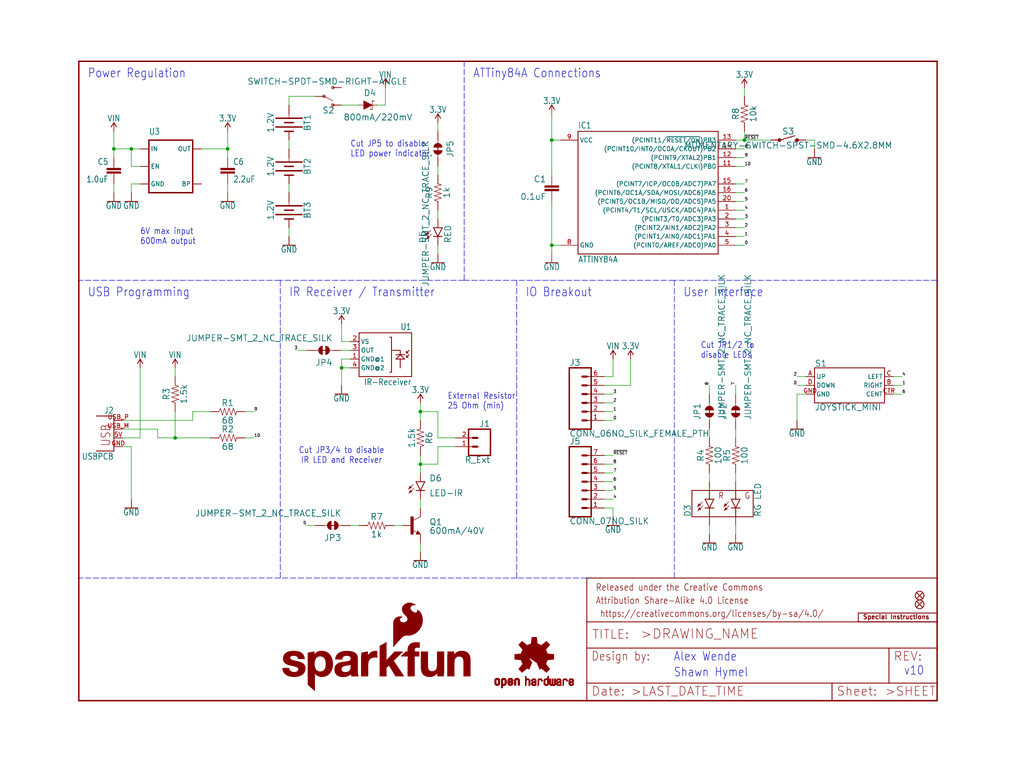
<source format=kicad_sch>
(kicad_sch (version 20211123) (generator eeschema)
  (paper "User" 297.002 223.926)
  (lib_symbols
    (symbol "eagleSchem-eagle-import:0.1UF-0603-25V-(+80{slash}-20%)"
      (property "Reference" "C" (at 1.524 2.921 0))
      (property "Value" "0.1UF-0603-25V-(+80{slash}-20%)" (at 1.524 -2.159 0))
      (symbol "0.1UF-0603-25V-(+80{slash}-20%)_1_0"
        (pin passive line (at 0 5.08 270) (length 2.54) (name "1") (number "1"))
        (pin passive line (at 0 -2.54 90) (length 2.54) (name "2") (number "2"))
      )
    )
    (symbol "eagleSchem-eagle-import:1.0UF-25V-+80{slash}-20(0805){dblquote}"
      (property "Reference" "C" (at 1.524 2.921 0))
      (property "Value" "1.0UF-25V-+80{slash}-20(0805){dblquote}" (at 1.524 -2.159 0))
      (symbol "1.0UF-25V-+80{slash}-20(0805){dblquote}_1_0"
        (pin passive line (at 0 5.08 270) (length 2.54) (name "1") (number "1"))
        (pin passive line (at 0 -2.54 90) (length 2.54) (name "2") (number "2"))
      )
    )
    (symbol "eagleSchem-eagle-import:1.5KOHM-0603-1{slash}10W-1%"
      (property "Reference" "R" (at 0 1.524 0))
      (property "Value" "1.5KOHM-0603-1{slash}10W-1%" (at 0 -1.524 0))
      (symbol "1.5KOHM-0603-1{slash}10W-1%_1_0"
        (pin passive line (at -5.08 0 0) (length 2.54) (name "1") (number "1"))
        (pin passive line (at 5.08 0 180) (length 2.54) (name "2") (number "2"))
      )
    )
    (symbol "eagleSchem-eagle-import:100OHM-0603-1{slash}10W-1%"
      (property "Reference" "R" (at 0 1.524 0))
      (property "Value" "100OHM-0603-1{slash}10W-1%" (at 0 -1.524 0))
      (symbol "100OHM-0603-1{slash}10W-1%_1_0"
        (pin passive line (at -5.08 0 0) (length 2.54) (name "1") (number "1"))
        (pin passive line (at 5.08 0 180) (length 2.54) (name "2") (number "2"))
      )
    )
    (symbol "eagleSchem-eagle-import:10KOHM-0603-1{slash}10W-1%"
      (property "Reference" "R" (at 0 1.524 0))
      (property "Value" "10KOHM-0603-1{slash}10W-1%" (at 0 -1.524 0))
      (symbol "10KOHM-0603-1{slash}10W-1%_1_0"
        (pin passive line (at -5.08 0 0) (length 2.54) (name "1") (number "1"))
        (pin passive line (at 5.08 0 180) (length 2.54) (name "2") (number "2"))
      )
    )
    (symbol "eagleSchem-eagle-import:1KOHM-0603-1{slash}10W-1%"
      (property "Reference" "R" (at 0 1.524 0))
      (property "Value" "1KOHM-0603-1{slash}10W-1%" (at 0 -1.524 0))
      (symbol "1KOHM-0603-1{slash}10W-1%_1_0"
        (pin passive line (at -5.08 0 0) (length 2.54) (name "1") (number "1"))
        (pin passive line (at 5.08 0 180) (length 2.54) (name "2") (number "2"))
      )
    )
    (symbol "eagleSchem-eagle-import:2.2UF-10V-20%(0603)"
      (property "Reference" "C" (at 1.524 2.921 0))
      (property "Value" "2.2UF-10V-20%(0603)" (at 1.524 -2.159 0))
      (symbol "2.2UF-10V-20%(0603)_1_0"
        (pin passive line (at 0 5.08 270) (length 2.54) (name "1") (number "1"))
        (pin passive line (at 0 -2.54 90) (length 2.54) (name "2") (number "2"))
      )
    )
    (symbol "eagleSchem-eagle-import:3.3V" (power)
      (property "Value" "3.3V" (at 0 2.794 0))
      (symbol "3.3V_1_0"
        (pin power_in line (at 0 0 90) (length 2.54) (name "3.3V") (number "1"))
      )
    )
    (symbol "eagleSchem-eagle-import:68OHM-0603-1{slash}10W-1%"
      (property "Reference" "R" (at 0 1.524 0))
      (property "Value" "68OHM-0603-1{slash}10W-1%" (at 0 -1.524 0))
      (symbol "68OHM-0603-1{slash}10W-1%_1_0"
        (pin passive line (at -5.08 0 0) (length 2.54) (name "1") (number "1"))
        (pin passive line (at 5.08 0 180) (length 2.54) (name "2") (number "2"))
      )
    )
    (symbol "eagleSchem-eagle-import:ATTINY84ATTINY84-20MU"
      (property "Value" "ATTINY84ATTINY84-20MU" (at -20.32 -20.32 0))
      (symbol "ATTINY84ATTINY84-20MU_1_0"
        (pin bidirectional line (at 25.4 -5.08 180) (length 5.08) (name "(PCINT4/T1/SCL/USCK/ADC4)PA4") (number "1"))
        (pin bidirectional line (at 25.4 7.62 180) (length 5.08) (name "(PCINT8/XTAL1/CLKI)PB0") (number "11"))
        (pin bidirectional line (at 25.4 10.16 180) (length 5.08) (name "(PCINT9/XTAL2)PB1") (number "12"))
        (pin bidirectional line (at 25.4 15.24 180) (length 5.08) (name "(PCINT11/~{RESET/DW})PB3") (number "13"))
        (pin bidirectional line (at 25.4 12.7 180) (length 5.08) (name "(PCINT10/INT0/OC0A/CKOUT)PB2") (number "14"))
        (pin bidirectional line (at 25.4 2.54 180) (length 5.08) (name "(PCINT7/ICP/OC0B/ADC7)PA7") (number "15"))
        (pin bidirectional line (at 25.4 0 180) (length 5.08) (name "(PCINT6/OC1A/SDA/MOSI/ADC6)PA6") (number "16"))
        (pin bidirectional line (at 25.4 -7.62 180) (length 5.08) (name "(PCINT3/T0/ADC3)PA3") (number "2"))
        (pin bidirectional line (at 25.4 -2.54 180) (length 5.08) (name "(PCINT5/OC1B/MISO/DO/ADC5)PA5") (number "20"))
        (pin bidirectional line (at 25.4 -10.16 180) (length 5.08) (name "(PCINT2/AIN1/ADC2)PA2") (number "3"))
        (pin bidirectional line (at 25.4 -12.7 180) (length 5.08) (name "(PCINT1/AIN0/ADC1)PA1") (number "4"))
        (pin bidirectional line (at 25.4 -15.24 180) (length 5.08) (name "(PCINT0/AREF/ADC0)PA0") (number "5"))
        (pin bidirectional line (at -25.4 -15.24 0) (length 5.08) (name "GND") (number "8"))
        (pin bidirectional line (at -25.4 15.24 0) (length 5.08) (name "VCC") (number "9"))
      )
    )
    (symbol "eagleSchem-eagle-import:BATTERY-AAA_KIT"
      (property "Reference" "BT" (at 0 4.318 0))
      (property "Value" "BATTERY-AAA_KIT" (at 0 -4.318 0))
      (symbol "BATTERY-AAA_KIT_1_0"
        (pin power_in line (at 5.08 0 180) (length 2.54) (name "-") (number "GND@1"))
        (pin power_in line (at -5.08 0 0) (length 2.54) (name "+") (number "PWR@1"))
      )
    )
    (symbol "eagleSchem-eagle-import:CONN_021X02_NO_SILK"
      (property "Reference" "J" (at -2.54 5.588 0))
      (property "Value" "CONN_021X02_NO_SILK" (at -2.54 -4.826 0))
      (symbol "CONN_021X02_NO_SILK_1_0"
        (pin passive line (at 7.62 0 180) (length 5.08) (name "1") (number "1"))
        (pin passive line (at 7.62 2.54 180) (length 5.08) (name "2") (number "2"))
      )
    )
    (symbol "eagleSchem-eagle-import:CONN_06NO_SILK_FEMALE_PTH"
      (property "Reference" "J" (at -5.08 10.668 0))
      (property "Value" "CONN_06NO_SILK_FEMALE_PTH" (at -5.08 -9.906 0))
      (symbol "CONN_06NO_SILK_FEMALE_PTH_1_0"
        (pin passive line (at 5.08 -5.08 180) (length 5.08) (name "1") (number "1"))
        (pin passive line (at 5.08 -2.54 180) (length 5.08) (name "2") (number "2"))
        (pin passive line (at 5.08 0 180) (length 5.08) (name "3") (number "3"))
        (pin passive line (at 5.08 2.54 180) (length 5.08) (name "4") (number "4"))
        (pin passive line (at 5.08 5.08 180) (length 5.08) (name "5") (number "5"))
        (pin passive line (at 5.08 7.62 180) (length 5.08) (name "6") (number "6"))
      )
    )
    (symbol "eagleSchem-eagle-import:CONN_07NO_SILK"
      (property "Reference" "J" (at -5.08 13.208 0))
      (property "Value" "CONN_07NO_SILK" (at -5.08 -9.906 0))
      (symbol "CONN_07NO_SILK_1_0"
        (pin passive line (at 5.08 -5.08 180) (length 5.08) (name "1") (number "1"))
        (pin passive line (at 5.08 -2.54 180) (length 5.08) (name "2") (number "2"))
        (pin passive line (at 5.08 0 180) (length 5.08) (name "3") (number "3"))
        (pin passive line (at 5.08 2.54 180) (length 5.08) (name "4") (number "4"))
        (pin passive line (at 5.08 5.08 180) (length 5.08) (name "5") (number "5"))
        (pin passive line (at 5.08 7.62 180) (length 5.08) (name "6") (number "6"))
        (pin passive line (at 5.08 10.16 180) (length 5.08) (name "7") (number "7"))
      )
    )
    (symbol "eagleSchem-eagle-import:CUS08F30SOD-323"
      (property "Reference" "D" (at 2.54 0.4826 0))
      (property "Value" "CUS08F30SOD-323" (at 2.54 -0.4826 0))
      (symbol "CUS08F30SOD-323_1_0"
        (pin passive line (at -2.54 0 0) (length 0) (name "A") (number "A"))
        (pin passive line (at 2.54 0 180) (length 0) (name "C") (number "C"))
      )
    )
    (symbol "eagleSchem-eagle-import:FIDUCIALUFIDUCIAL")
    (symbol "eagleSchem-eagle-import:FRAME-LETTER"
      (symbol "FRAME-LETTER_2_0"
        (text " https://creativecommons.org/licenses/by-sa/4.0/" (at 2.54 24.13 0) (effects (font (size 1.9304 1.6408)) (justify left bottom)))
        (text ">DRAWING_NAME" (at 15.494 17.78 0) (effects (font (size 2.7432 2.7432)) (justify left bottom)))
        (text ">LAST_DATE_TIME" (at 12.7 1.27 0) (effects (font (size 2.54 2.54)) (justify left bottom)))
        (text ">SHEET" (at 86.36 1.27 0) (effects (font (size 2.54 2.54)) (justify left bottom)))
        (text "Attribution Share-Alike 4.0 License" (at 2.54 27.94 0) (effects (font (size 1.9304 1.6408)) (justify left bottom)))
        (text "Date:" (at 1.27 1.27 0) (effects (font (size 2.54 2.54)) (justify left bottom)))
        (text "Design by:" (at 1.27 11.43 0) (effects (font (size 2.54 2.159)) (justify left bottom)))
        (text "Released under the Creative Commons" (at 2.54 31.75 0) (effects (font (size 1.9304 1.6408)) (justify left bottom)))
        (text "REV:" (at 88.9 11.43 0) (effects (font (size 2.54 2.54)) (justify left bottom)))
        (text "Sheet:" (at 72.39 1.27 0) (effects (font (size 2.54 2.54)) (justify left bottom)))
        (text "TITLE:" (at 1.524 17.78 0) (effects (font (size 2.54 2.54)) (justify left bottom)))
      )
    )
    (symbol "eagleSchem-eagle-import:GND" (power)
      (property "Value" "GND" (at 0 -0.254 0))
      (symbol "GND_1_0"
        (pin power_in line (at 0 2.54 270) (length 2.54) (name "GND") (number "1"))
      )
    )
    (symbol "eagleSchem-eagle-import:JOYSTICK_MINI"
      (property "Reference" "S" (at -10.16 5.334 0))
      (property "Value" "JOYSTICK_MINI" (at -10.16 -5.334 0))
      (symbol "JOYSTICK_MINI_1_0"
        (pin bidirectional line (at -12.7 2.54 0) (length 2.54) (name "UP") (number "A"))
        (pin bidirectional line (at 12.7 0 180) (length 2.54) (name "RIGHT") (number "B"))
        (pin bidirectional line (at 12.7 2.54 180) (length 2.54) (name "LEFT") (number "C"))
        (pin bidirectional line (at 12.7 -2.54 180) (length 2.54) (name "CENT") (number "CTR"))
        (pin bidirectional line (at -12.7 0 0) (length 2.54) (name "DOWN") (number "D"))
        (pin bidirectional line (at -12.7 -2.54 0) (length 2.54) (name "GND") (number "GND"))
      )
    )
    (symbol "eagleSchem-eagle-import:JUMPER-SMT_2_NC_TRACE_SILK"
      (property "Reference" "JP" (at -2.54 2.54 0))
      (property "Value" "JUMPER-SMT_2_NC_TRACE_SILK" (at -2.54 -2.54 0))
      (symbol "JUMPER-SMT_2_NC_TRACE_SILK_1_0"
        (pin passive line (at -5.08 0 0) (length 2.54) (name "1") (number "1"))
        (pin passive line (at 5.08 0 180) (length 2.54) (name "2") (number "2"))
      )
    )
    (symbol "eagleSchem-eagle-import:LED-IR-SMDSFH4045N"
      (property "Reference" "D" (at 2.54 0 0))
      (property "Value" "LED-IR-SMDSFH4045N" (at 2.54 -4.318 0))
      (symbol "LED-IR-SMDSFH4045N_1_0"
        (pin passive line (at 0 -5.08 90) (length 2.54) (name "C") (number "1"))
        (pin passive line (at 0 2.54 270) (length 2.54) (name "A") (number "2"))
      )
    )
    (symbol "eagleSchem-eagle-import:LED-RED0603"
      (property "Reference" "D" (at -3.429 -4.572 90))
      (property "Value" "LED-RED0603" (at 1.905 -4.572 90))
      (symbol "LED-RED0603_1_0"
        (pin passive line (at 0 2.54 270) (length 2.54) (name "A") (number "A"))
        (pin passive line (at 0 -5.08 90) (length 2.54) (name "C") (number "C"))
      )
    )
    (symbol "eagleSchem-eagle-import:LED-RGLTST-C195KGJRKT"
      (property "Reference" "D" (at -7.874 -5.207 90))
      (property "Value" "LED-RGLTST-C195KGJRKT" (at 10.4775 -5.207 90))
      (symbol "LED-RGLTST-C195KGJRKT_1_0"
        (text "G" (at 7.62 0 0) (effects (font (size 1.778 1.5113)) (justify left bottom)))
        (text "R" (at 0 0 0) (effects (font (size 1.778 1.5113)) (justify left bottom)))
        (pin passive line (at 5.08 5.08 270) (length 2.54) (name "GA") (number "P$1"))
        (pin passive line (at -2.54 5.08 270) (length 2.54) (name "RA") (number "P$2"))
        (pin passive line (at 5.08 -7.62 90) (length 2.54) (name "GC") (number "P$3"))
        (pin passive line (at -2.54 -7.62 90) (length 2.54) (name "RC") (number "P$4"))
      )
    )
    (symbol "eagleSchem-eagle-import:MOMENTARY-SWITCH-SPST-SMD-4.6X2.8MM"
      (property "Reference" "S" (at 0 1.524 0))
      (property "Value" "MOMENTARY-SWITCH-SPST-SMD-4.6X2.8MM" (at 0 -0.508 0))
      (symbol "MOMENTARY-SWITCH-SPST-SMD-4.6X2.8MM_1_0"
        (pin passive line (at -5.08 0 0) (length 2.54) (name "1") (number "1"))
        (pin passive line (at -5.08 0 0) (length 2.54) (name "1") (number "2"))
        (pin passive line (at 5.08 0 180) (length 2.54) (name "2") (number "3"))
        (pin passive line (at 5.08 0 180) (length 2.54) (name "2") (number "4"))
      )
    )
    (symbol "eagleSchem-eagle-import:OSHW-LOGOS")
    (symbol "eagleSchem-eagle-import:SFE_LOGO_NAME_FLAME.2_INCH")
    (symbol "eagleSchem-eagle-import:SPECIAL_INSTRUCTIONS-ORDERING"
      (symbol "SPECIAL_INSTRUCTIONS-ORDERING_1_0"
        (text "Special Instructions" (at 1.27 0.6985 0) (effects (font (size 1.27 1.27) (thickness 0.254) bold) (justify left bottom)))
      )
    )
    (symbol "eagleSchem-eagle-import:SWITCH-SPDT-SMD-RIGHT-ANGLE"
      (property "Reference" "S" (at 1.27 3.048 0))
      (property "Value" "SWITCH-SPDT-SMD-RIGHT-ANGLE" (at 1.016 -3.302 0))
      (symbol "SWITCH-SPDT-SMD-RIGHT-ANGLE_1_0"
        (pin passive line (at 5.08 2.54 180) (length 2.54) (name "O") (number "1"))
        (pin passive line (at -2.54 0 0) (length 2.54) (name "P") (number "2"))
        (pin passive line (at 5.08 -2.54 180) (length 2.54) (name "S") (number "3"))
      )
    )
    (symbol "eagleSchem-eagle-import:TRANS_NPN-MMBT2222AL"
      (property "Reference" "Q" (at 5.08 0 0))
      (property "Value" "TRANS_NPN-MMBT2222AL" (at 5.08 -2.54 0))
      (symbol "TRANS_NPN-MMBT2222AL_1_0"
        (pin passive line (at -2.54 0 0) (length 2.54) (name "B") (number "1"))
        (pin passive line (at 2.54 -5.08 90) (length 2.54) (name "E") (number "2"))
        (pin passive line (at 2.54 5.08 270) (length 2.54) (name "C") (number "3"))
      )
    )
    (symbol "eagleSchem-eagle-import:TSOP75XXXWSIDE_VIEW"
      (property "Reference" "U" (at -7.62 8.382 0))
      (property "Value" "TSOP75XXXWSIDE_VIEW" (at -7.62 -7.62 0))
      (symbol "TSOP75XXXWSIDE_VIEW_1_0"
        (pin bidirectional line (at 10.16 0 180) (length 2.54) (name "GND@1") (number "1"))
        (pin bidirectional line (at 10.16 5.08 180) (length 2.54) (name "VS") (number "2"))
        (pin bidirectional line (at 10.16 2.54 180) (length 2.54) (name "OUT") (number "3"))
        (pin bidirectional line (at 10.16 -2.54 180) (length 2.54) (name "GND@2") (number "4"))
      )
    )
    (symbol "eagleSchem-eagle-import:USBPCB_NOPASTE"
      (property "Reference" "J" (at 0 9.525 0))
      (property "Value" "USBPCB_NOPASTE" (at 0 -3.81 0))
      (symbol "USBPCB_NOPASTE_1_0"
        (text "USB" (at 3.81 0 900) (effects (font (size 2.54 2.159)) (justify left bottom)))
        (pin bidirectional line (at -2.54 2.54 0) (length 2.54) (name "VBUS") (number "5V"))
        (pin bidirectional line (at -2.54 0 0) (length 2.54) (name "GND") (number "GND"))
        (pin bidirectional line (at -2.54 5.08 0) (length 2.54) (name "D-") (number "USB_M"))
        (pin bidirectional line (at -2.54 7.62 0) (length 2.54) (name "D+") (number "USB_P"))
      )
    )
    (symbol "eagleSchem-eagle-import:VIN" (power)
      (property "Value" "VIN" (at 0 2.794 0))
      (symbol "VIN_1_0"
        (pin power_in line (at 0 0 90) (length 2.54) (name "VIN") (number "1"))
      )
    )
    (symbol "eagleSchem-eagle-import:V_REG_LDOSMD"
      (property "Reference" "U" (at -7.62 9.144 0))
      (property "Value" "V_REG_LDOSMD" (at -7.62 -11.43 0))
      (symbol "V_REG_LDOSMD_1_0"
        (pin input line (at -10.16 5.08 0) (length 2.54) (name "IN") (number "1"))
        (pin input line (at -10.16 -5.08 0) (length 2.54) (name "GND") (number "2"))
        (pin input line (at -10.16 0 0) (length 2.54) (name "EN") (number "3"))
        (pin input line (at 7.62 -5.08 180) (length 2.54) (name "BP") (number "4"))
        (pin passive line (at 7.62 5.08 180) (length 2.54) (name "OUT") (number "5"))
      )
    )
  )
  (junction (at 38.1 43.18))
  (junction (at 121.92 119.38))
  (junction (at 215.9 40.64))
  (junction (at 160.02 71.12))
  (junction (at 33.02 43.18))
  (junction (at 66.04 43.18))
  (junction (at 50.8 127))
  (junction (at 121.92 134.62))
  (junction (at 160.02 40.64))
  (junction (at 99.06 106.68))
  (wire (pts (xy 99.06 106.68) (xy 99.06 111.76)))
  (wire (pts (xy 213.36 127) (xy 213.36 124.46)))
  (wire (pts (xy 175.26 142.24) (xy 177.8 142.24)))
  (polyline (pts (xy 81.28 81.28) (xy 81.28 167.64)))
  (wire (pts (xy 55.88 121.92) (xy 55.88 119.38)))
  (wire (pts (xy 215.9 27.94) (xy 215.9 25.4)))
  (wire (pts (xy 213.36 55.88) (xy 215.9 55.88)))
  (polyline (pts (xy 149.86 81.28) (xy 134.62 81.28)))
  (wire (pts (xy 160.02 71.12) (xy 160.02 58.42)))
  (wire (pts (xy 101.6 152.4) (xy 104.14 152.4)))
  (wire (pts (xy 35.56 129.54) (xy 38.1 129.54)))
  (wire (pts (xy 99.06 30.48) (xy 104.14 30.48)))
  (wire (pts (xy 213.36 43.18) (xy 215.9 43.18)))
  (wire (pts (xy 66.04 38.1) (xy 66.04 43.18)))
  (wire (pts (xy 38.1 48.26) (xy 38.1 43.18)))
  (wire (pts (xy 127 35.56) (xy 127 38.1)))
  (wire (pts (xy 259.08 109.22) (xy 261.62 109.22)))
  (wire (pts (xy 160.02 71.12) (xy 160.02 73.66)))
  (wire (pts (xy 175.26 116.84) (xy 177.8 116.84)))
  (wire (pts (xy 162.56 71.12) (xy 160.02 71.12)))
  (wire (pts (xy 38.1 129.54) (xy 38.1 144.78)))
  (wire (pts (xy 213.36 63.5) (xy 215.9 63.5)))
  (wire (pts (xy 213.36 48.26) (xy 215.9 48.26)))
  (wire (pts (xy 40.64 48.26) (xy 38.1 48.26)))
  (wire (pts (xy 160.02 40.64) (xy 160.02 33.02)))
  (wire (pts (xy 233.68 114.3) (xy 231.14 114.3)))
  (wire (pts (xy 55.88 119.38) (xy 60.96 119.38)))
  (wire (pts (xy 50.8 127) (xy 45.72 127)))
  (wire (pts (xy 35.56 124.46) (xy 45.72 124.46)))
  (wire (pts (xy 109.22 30.48) (xy 111.76 30.48)))
  (wire (pts (xy 127 129.54) (xy 132.08 129.54)))
  (wire (pts (xy 38.1 53.34) (xy 38.1 55.88)))
  (wire (pts (xy 175.26 121.92) (xy 177.8 121.92)))
  (wire (pts (xy 175.26 147.32) (xy 177.8 147.32)))
  (wire (pts (xy 99.06 104.14) (xy 99.06 106.68)))
  (wire (pts (xy 121.92 119.38) (xy 121.92 116.84)))
  (wire (pts (xy 132.08 127) (xy 127 127)))
  (wire (pts (xy 83.82 66.04) (xy 83.82 68.58)))
  (wire (pts (xy 35.56 121.92) (xy 55.88 121.92)))
  (wire (pts (xy 213.36 53.34) (xy 215.9 53.34)))
  (wire (pts (xy 175.26 134.62) (xy 177.8 134.62)))
  (wire (pts (xy 88.9 101.6) (xy 86.36 101.6)))
  (polyline (pts (xy 81.28 167.64) (xy 22.86 167.64)))
  (wire (pts (xy 83.82 53.34) (xy 83.82 55.88)))
  (wire (pts (xy 213.36 71.12) (xy 215.9 71.12)))
  (wire (pts (xy 33.02 43.18) (xy 33.02 45.72)))
  (polyline (pts (xy 149.86 81.28) (xy 149.86 167.64)))
  (wire (pts (xy 121.92 144.78) (xy 121.92 147.32)))
  (wire (pts (xy 99.06 101.6) (xy 101.6 101.6)))
  (wire (pts (xy 175.26 144.78) (xy 177.8 144.78)))
  (wire (pts (xy 66.04 55.88) (xy 66.04 53.34)))
  (wire (pts (xy 205.74 139.7) (xy 205.74 137.16)))
  (wire (pts (xy 177.8 147.32) (xy 177.8 149.86)))
  (wire (pts (xy 101.6 104.14) (xy 99.06 104.14)))
  (polyline (pts (xy 81.28 81.28) (xy 22.86 81.28)))
  (wire (pts (xy 162.56 40.64) (xy 160.02 40.64)))
  (wire (pts (xy 175.26 111.76) (xy 182.88 111.76)))
  (wire (pts (xy 127 63.5) (xy 127 60.96)))
  (wire (pts (xy 213.36 40.64) (xy 215.9 40.64)))
  (wire (pts (xy 175.26 109.22) (xy 177.8 109.22)))
  (polyline (pts (xy 195.58 81.28) (xy 149.86 81.28)))
  (wire (pts (xy 233.68 40.64) (xy 236.22 40.64)))
  (polyline (pts (xy 195.58 81.28) (xy 195.58 167.64)))
  (wire (pts (xy 236.22 40.64) (xy 236.22 43.18)))
  (wire (pts (xy 205.74 114.3) (xy 205.74 111.76)))
  (wire (pts (xy 160.02 40.64) (xy 160.02 50.8)))
  (wire (pts (xy 121.92 132.08) (xy 121.92 134.62)))
  (wire (pts (xy 213.36 66.04) (xy 215.9 66.04)))
  (wire (pts (xy 215.9 40.64) (xy 223.52 40.64)))
  (polyline (pts (xy 134.62 81.28) (xy 81.28 81.28)))
  (wire (pts (xy 215.9 38.1) (xy 215.9 40.64)))
  (polyline (pts (xy 149.86 167.64) (xy 81.28 167.64)))
  (wire (pts (xy 233.68 109.22) (xy 231.14 109.22)))
  (wire (pts (xy 83.82 40.64) (xy 83.82 43.18)))
  (wire (pts (xy 175.26 119.38) (xy 177.8 119.38)))
  (wire (pts (xy 182.88 111.76) (xy 182.88 104.14)))
  (wire (pts (xy 50.8 119.38) (xy 50.8 127)))
  (wire (pts (xy 114.3 152.4) (xy 116.84 152.4)))
  (wire (pts (xy 71.12 119.38) (xy 73.66 119.38)))
  (wire (pts (xy 213.36 139.7) (xy 213.36 137.16)))
  (wire (pts (xy 101.6 106.68) (xy 99.06 106.68)))
  (wire (pts (xy 127 134.62) (xy 121.92 134.62)))
  (wire (pts (xy 91.44 152.4) (xy 88.9 152.4)))
  (polyline (pts (xy 170.18 167.64) (xy 149.86 167.64)))
  (wire (pts (xy 40.64 53.34) (xy 38.1 53.34)))
  (wire (pts (xy 127 73.66) (xy 127 71.12)))
  (wire (pts (xy 121.92 134.62) (xy 121.92 137.16)))
  (wire (pts (xy 213.36 152.4) (xy 213.36 154.94)))
  (wire (pts (xy 111.76 30.48) (xy 111.76 25.4)))
  (wire (pts (xy 175.26 137.16) (xy 177.8 137.16)))
  (wire (pts (xy 83.82 27.94) (xy 91.44 27.94)))
  (wire (pts (xy 45.72 124.46) (xy 45.72 127)))
  (wire (pts (xy 175.26 114.3) (xy 177.8 114.3)))
  (wire (pts (xy 259.08 111.76) (xy 261.62 111.76)))
  (wire (pts (xy 127 129.54) (xy 127 134.62)))
  (wire (pts (xy 38.1 43.18) (xy 33.02 43.18)))
  (wire (pts (xy 205.74 152.4) (xy 205.74 154.94)))
  (wire (pts (xy 58.42 43.18) (xy 66.04 43.18)))
  (wire (pts (xy 35.56 127) (xy 40.64 127)))
  (wire (pts (xy 175.26 139.7) (xy 177.8 139.7)))
  (wire (pts (xy 60.96 127) (xy 50.8 127)))
  (wire (pts (xy 213.36 45.72) (xy 215.9 45.72)))
  (wire (pts (xy 127 48.26) (xy 127 50.8)))
  (wire (pts (xy 99.06 99.06) (xy 99.06 93.98)))
  (wire (pts (xy 40.64 127) (xy 40.64 106.68)))
  (wire (pts (xy 177.8 109.22) (xy 177.8 104.14)))
  (wire (pts (xy 127 127) (xy 127 119.38)))
  (wire (pts (xy 231.14 114.3) (xy 231.14 121.92)))
  (polyline (pts (xy 271.78 81.28) (xy 195.58 81.28)))
  (wire (pts (xy 121.92 160.02) (xy 121.92 157.48)))
  (wire (pts (xy 71.12 127) (xy 73.66 127)))
  (wire (pts (xy 33.02 38.1) (xy 33.02 43.18)))
  (wire (pts (xy 213.36 68.58) (xy 215.9 68.58)))
  (wire (pts (xy 205.74 127) (xy 205.74 124.46)))
  (wire (pts (xy 213.36 114.3) (xy 213.36 111.76)))
  (wire (pts (xy 66.04 43.18) (xy 66.04 45.72)))
  (wire (pts (xy 50.8 109.22) (xy 50.8 106.68)))
  (polyline (pts (xy 134.62 17.78) (xy 134.62 81.28)))
  (wire (pts (xy 213.36 58.42) (xy 215.9 58.42)))
  (wire (pts (xy 175.26 132.08) (xy 177.8 132.08)))
  (wire (pts (xy 127 119.38) (xy 121.92 119.38)))
  (wire (pts (xy 233.68 111.76) (xy 231.14 111.76)))
  (wire (pts (xy 33.02 53.34) (xy 33.02 55.88)))
  (wire (pts (xy 213.36 60.96) (xy 215.9 60.96)))
  (wire (pts (xy 121.92 121.92) (xy 121.92 119.38)))
  (wire (pts (xy 259.08 114.3) (xy 261.62 114.3)))
  (wire (pts (xy 101.6 99.06) (xy 99.06 99.06)))
  (wire (pts (xy 40.64 43.18) (xy 38.1 43.18)))
  (wire (pts (xy 83.82 30.48) (xy 83.82 27.94)))
  (text "External Resistor\n25 Ohm (min)" (at 129.794 118.872 180) (effects (font (size 1.778 1.5113)) (justify left bottom)))
  (text "User Interface" (at 198.12 86.36 180) (effects (font (size 2.54 2.159)) (justify left bottom)))
  (text "IO Breakout" (at 152.4 86.36 180) (effects (font (size 2.54 2.159)) (justify left bottom)))
  (text "ATTiny84A Connections" (at 137.16 22.86 180) (effects (font (size 2.54 2.159)) (justify left bottom)))
  (text "6V max input\n600mA output" (at 40.64 71.12 180) (effects (font (size 1.778 1.5113)) (justify left bottom)))
  (text "Shawn Hymel" (at 195.326 196.596 180) (effects (font (size 2.54 2.159)) (justify left bottom)))
  (text "Cut JP5 to disable\nLED power indicator." (at 101.6 45.72 180) (effects (font (size 1.778 1.5113)) (justify left bottom)))
  (text "v10" (at 262.128 196.088 180) (effects (font (size 2.54 2.159)) (justify left bottom)))
  (text "Cut JP3/4 to disable\nIR LED and Receiver" (at 99.06 134.62 180) (effects (font (size 1.778 1.5113)) (justify bottom)))
  (text "Power Regulation" (at 25.4 22.86 180) (effects (font (size 2.54 2.159)) (justify left bottom)))
  (text "IR Receiver / Transmitter" (at 83.82 86.36 180) (effects (font (size 2.54 2.159)) (justify left bottom)))
  (text "Alex Wende" (at 195.326 192.024 180) (effects (font (size 2.54 2.159)) (justify left bottom)))
  (text "Cut JP1/2 to\ndisable LEDs" (at 203.2 104.14 180) (effects (font (size 1.778 1.5113)) (justify left bottom)))
  (text "USB Programming" (at 25.4 86.36 180) (effects (font (size 2.54 2.159)) (justify left bottom)))
  (label "0" (at 177.8 121.92 0) (effects (font (size 0.889 0.889))))
  (label "8" (at 205.74 111.76 90) (effects (font (size 0.889 0.889))))
  (label "10" (at 215.9 48.26 0) (effects (font (size 0.889 0.889))))
  (label "0" (at 231.14 111.76 180) (effects (font (size 0.889 0.889))))
  (label "7" (at 177.8 137.16 0) (effects (font (size 0.889 0.889))))
  (label "4" (at 215.9 60.96 0) (effects (font (size 0.889 0.889))))
  (label "5" (at 177.8 142.24 0) (effects (font (size 0.889 0.889))))
  (label "8" (at 215.9 43.18 0) (effects (font (size 0.889 0.889))))
  (label "6" (at 215.9 55.88 0) (effects (font (size 0.889 0.889))))
  (label "7" (at 213.36 111.76 90) (effects (font (size 0.889 0.889))))
  (label "8" (at 177.8 134.62 0) (effects (font (size 0.889 0.889))))
  (label "1" (at 177.8 119.38 0) (effects (font (size 0.889 0.889))))
  (label "0" (at 215.9 71.12 0) (effects (font (size 0.889 0.889))))
  (label "2" (at 177.8 116.84 0) (effects (font (size 0.889 0.889))))
  (label "1" (at 261.62 111.76 0) (effects (font (size 0.889 0.889))))
  (label "1" (at 215.9 68.58 0) (effects (font (size 0.889 0.889))))
  (label "3" (at 177.8 114.3 0) (effects (font (size 0.889 0.889))))
  (label "6" (at 177.8 139.7 0) (effects (font (size 0.889 0.889))))
  (label "9" (at 73.66 119.38 0) (effects (font (size 0.889 0.889))))
  (label "~{RESET}" (at 215.9 40.64 0) (effects (font (size 0.889 0.889))))
  (label "4" (at 177.8 144.78 0) (effects (font (size 0.889 0.889))))
  (label "7" (at 215.9 53.34 0) (effects (font (size 0.889 0.889))))
  (label "2" (at 215.9 66.04 0) (effects (font (size 0.889 0.889))))
  (label "4" (at 261.62 109.22 0) (effects (font (size 0.889 0.889))))
  (label "10" (at 73.66 127 0) (effects (font (size 0.889 0.889))))
  (label "~{RESET}" (at 177.8 132.08 0) (effects (font (size 0.889 0.889))))
  (label "2" (at 231.14 109.22 180) (effects (font (size 0.889 0.889))))
  (label "3" (at 215.9 63.5 0) (effects (font (size 0.889 0.889))))
  (label "5" (at 88.9 152.4 180) (effects (font (size 0.889 0.889))))
  (label "3" (at 86.36 101.6 180) (effects (font (size 0.889 0.889))))
  (label "9" (at 215.9 45.72 0) (effects (font (size 0.889 0.889))))
  (label "6" (at 261.62 114.3 0) (effects (font (size 0.889 0.889))))
  (label "5" (at 215.9 58.42 0) (effects (font (size 0.889 0.889))))
  (symbol (lib_id "eagleSchem-eagle-import:GND") (at 83.82 71.12 0) (unit 1)
    (property "Reference" "#GND8" (effects hide))
    (property "Value" "GND" (at 83.82 71.374 0) (effects (font (size 1.778 1.5113)) (justify top)))
    (property "Footprint" "eagleSchem:" (effects hide))
  )
  (symbol (lib_id "eagleSchem-eagle-import:SFE_LOGO_NAME_FLAME.2_INCH") (at 81.28 200.66 0) (unit 1)
    (property "Reference" "LOGO2" (effects hide))
    (property "Value" "SFE_LOGO_NAME_FLAME.2_INCH" (effects hide))
    (property "Footprint" "eagleSchem:SFE_LOGO_NAME_FLAME_.2" (effects hide))
  )
  (symbol (lib_id "eagleSchem-eagle-import:JUMPER-SMT_2_NC_TRACE_SILK") (at 96.52 152.4 180) (unit 1)
    (property "Reference" "JP3" (at 99.06 154.94 0) (effects (font (size 1.778 1.778)) (justify left bottom)))
    (property "Value" "JUMPER-SMT_2_NC_TRACE_SILK" (at 99.06 149.86 0) (effects (font (size 1.778 1.778)) (justify left top)))
    (property "Footprint" "eagleSchem:SMT-JUMPER_2_NC_TRACE_SILK" (effects hide))
  )
  (symbol (lib_id "eagleSchem-eagle-import:VIN") (at 111.76 25.4 0) (unit 1)
    (property "Reference" "#SUPPLY5" (effects hide))
    (property "Value" "VIN" (at 111.76 22.606 0) (effects (font (size 1.778 1.5113)) (justify bottom)))
    (property "Footprint" "eagleSchem:" (effects hide))
  )
  (symbol (lib_id "eagleSchem-eagle-import:68OHM-0603-1{slash}10W-1%") (at 66.04 127 0) (unit 1)
    (property "Reference" "R2" (at 66.04 125.476 0) (effects (font (size 1.778 1.778)) (justify bottom)))
    (property "Value" "68" (at 66.04 128.524 0) (effects (font (size 1.778 1.778)) (justify top)))
    (property "Footprint" "eagleSchem:0603" (effects hide))
  )
  (symbol (lib_id "eagleSchem-eagle-import:GND") (at 127 76.2 0) (unit 1)
    (property "Reference" "#GND12" (effects hide))
    (property "Value" "GND" (at 127 76.454 0) (effects (font (size 1.778 1.5113)) (justify top)))
    (property "Footprint" "eagleSchem:" (effects hide))
  )
  (symbol (lib_id "eagleSchem-eagle-import:2.2UF-10V-20%(0603)") (at 66.04 50.8 0) (unit 1)
    (property "Reference" "C6" (at 67.564 47.879 0) (effects (font (size 1.778 1.5113)) (justify left bottom)))
    (property "Value" "2.2uF" (at 67.564 52.959 0) (effects (font (size 1.778 1.5113)) (justify left bottom)))
    (property "Footprint" "eagleSchem:0603-CAP" (effects hide))
  )
  (symbol (lib_id "eagleSchem-eagle-import:3.3V") (at 66.04 38.1 0) (unit 1)
    (property "Reference" "#SUPPLY9" (effects hide))
    (property "Value" "3.3V" (at 66.04 35.306 0) (effects (font (size 1.778 1.5113)) (justify bottom)))
    (property "Footprint" "eagleSchem:" (effects hide))
  )
  (symbol (lib_id "eagleSchem-eagle-import:GND") (at 121.92 162.56 0) (unit 1)
    (property "Reference" "#GND11" (effects hide))
    (property "Value" "GND" (at 121.92 162.814 0) (effects (font (size 1.778 1.5113)) (justify top)))
    (property "Footprint" "eagleSchem:" (effects hide))
  )
  (symbol (lib_id "eagleSchem-eagle-import:3.3V") (at 127 35.56 0) (unit 1)
    (property "Reference" "#SUPPLY2" (effects hide))
    (property "Value" "3.3V" (at 127 32.766 0) (effects (font (size 1.778 1.5113)) (justify bottom)))
    (property "Footprint" "eagleSchem:" (effects hide))
  )
  (symbol (lib_id "eagleSchem-eagle-import:1.0UF-25V-+80{slash}-20(0805){dblquote}") (at 33.02 50.8 0) (mirror y) (unit 1)
    (property "Reference" "C5" (at 31.496 47.879 0) (effects (font (size 1.778 1.5113)) (justify left bottom)))
    (property "Value" "1.0uF" (at 31.496 52.959 0) (effects (font (size 1.778 1.5113)) (justify left bottom)))
    (property "Footprint" "eagleSchem:0805-CAP" (effects hide))
  )
  (symbol (lib_id "eagleSchem-eagle-import:GND") (at 213.36 157.48 0) (unit 1)
    (property "Reference" "#GND6" (effects hide))
    (property "Value" "GND" (at 213.36 157.734 0) (effects (font (size 1.778 1.5113)) (justify top)))
    (property "Footprint" "eagleSchem:" (effects hide))
  )
  (symbol (lib_id "eagleSchem-eagle-import:GND") (at 231.14 124.46 0) (unit 1)
    (property "Reference" "#GND7" (effects hide))
    (property "Value" "GND" (at 231.14 124.714 0) (effects (font (size 1.778 1.5113)) (justify top)))
    (property "Footprint" "eagleSchem:" (effects hide))
  )
  (symbol (lib_id "eagleSchem-eagle-import:VIN") (at 40.64 106.68 0) (unit 1)
    (property "Reference" "#SUPPLY3" (effects hide))
    (property "Value" "VIN" (at 40.64 103.886 0) (effects (font (size 1.778 1.5113)) (justify bottom)))
    (property "Footprint" "eagleSchem:" (effects hide))
  )
  (symbol (lib_id "eagleSchem-eagle-import:CONN_021X02_NO_SILK") (at 139.7 129.54 0) (mirror y) (unit 1)
    (property "Reference" "J1" (at 142.24 123.952 0) (effects (font (size 1.778 1.778)) (justify left bottom)))
    (property "Value" "R_Ext" (at 142.24 134.366 0) (effects (font (size 1.778 1.778)) (justify left bottom)))
    (property "Footprint" "eagleSchem:1X02_NO_SILK" (effects hide))
  )
  (symbol (lib_id "eagleSchem-eagle-import:JUMPER-SMT_2_NC_TRACE_SILK") (at 213.36 119.38 90) (unit 1)
    (property "Reference" "JP2" (at 210.82 121.92 0) (effects (font (size 1.778 1.778)) (justify left bottom)))
    (property "Value" "JUMPER-SMT_2_NC_TRACE_SILK" (at 215.9 121.92 0) (effects (font (size 1.778 1.778)) (justify left top)))
    (property "Footprint" "eagleSchem:SMT-JUMPER_2_NC_TRACE_SILK" (effects hide))
  )
  (symbol (lib_id "eagleSchem-eagle-import:CONN_06NO_SILK_FEMALE_PTH") (at 170.18 116.84 0) (unit 1)
    (property "Reference" "J3" (at 165.1 106.172 0) (effects (font (size 1.778 1.778)) (justify left bottom)))
    (property "Value" "CONN_06NO_SILK_FEMALE_PTH" (at 165.1 126.746 0) (effects (font (size 1.778 1.778)) (justify left bottom)))
    (property "Footprint" "eagleSchem:1X06_NO_SILK" (effects hide))
  )
  (symbol (lib_id "eagleSchem-eagle-import:FRAME-LETTER") (at 22.86 203.2 0) (unit 1)
    (property "Reference" "FRAME1" (effects hide))
    (property "Value" "FRAME-LETTER" (effects hide))
    (property "Footprint" "eagleSchem:CREATIVE_COMMONS" (effects hide))
  )
  (symbol (lib_id "eagleSchem-eagle-import:JUMPER-SMT_2_NC_TRACE_SILK") (at 205.74 119.38 90) (unit 1)
    (property "Reference" "JP1" (at 203.2 121.92 0) (effects (font (size 1.778 1.778)) (justify left bottom)))
    (property "Value" "JUMPER-SMT_2_NC_TRACE_SILK" (at 208.28 121.92 0) (effects (font (size 1.778 1.778)) (justify left top)))
    (property "Footprint" "eagleSchem:SMT-JUMPER_2_NC_TRACE_SILK" (effects hide))
  )
  (symbol (lib_id "eagleSchem-eagle-import:BATTERY-AAA_KIT") (at 83.82 60.96 270) (unit 1)
    (property "Reference" "BT3" (at 88.138 60.96 0) (effects (font (size 1.778 1.778)) (justify bottom)))
    (property "Value" "1.2V" (at 79.502 60.96 0) (effects (font (size 1.778 1.778)) (justify top)))
    (property "Footprint" "eagleSchem:BATTERY-AAA-KIT" (effects hide))
  )
  (symbol (lib_id "eagleSchem-eagle-import:CUS08F30SOD-323") (at 106.68 30.48 0) (unit 1)
    (property "Reference" "D4" (at 105.41 27.9654 0) (effects (font (size 1.778 1.778)) (justify left bottom)))
    (property "Value" "800mA/220mV" (at 99.568 32.9946 0) (effects (font (size 1.778 1.778)) (justify left top)))
    (property "Footprint" "eagleSchem:SOD-323" (effects hide))
  )
  (symbol (lib_id "eagleSchem-eagle-import:10KOHM-0603-1{slash}10W-1%") (at 215.9 33.02 90) (unit 1)
    (property "Reference" "R8" (at 214.376 33.02 0) (effects (font (size 1.778 1.778)) (justify bottom)))
    (property "Value" "10k" (at 217.424 33.02 0) (effects (font (size 1.778 1.778)) (justify top)))
    (property "Footprint" "eagleSchem:0603" (effects hide))
  )
  (symbol (lib_id "eagleSchem-eagle-import:JUMPER-SMT_2_NC_TRACE_SILK") (at 93.98 101.6 180) (unit 1)
    (property "Reference" "JP4" (at 96.52 104.14 0) (effects (font (size 1.778 1.778)) (justify left bottom)))
    (property "Value" "JUMPER-SMT_2_NC_TRACE_SILK" (at 96.52 99.06 0) (effects (font (size 1.778 1.778)) (justify left top)))
    (property "Footprint" "eagleSchem:SMT-JUMPER_2_NC_TRACE_SILK" (effects hide))
  )
  (symbol (lib_id "eagleSchem-eagle-import:100OHM-0603-1{slash}10W-1%") (at 205.74 132.08 90) (unit 1)
    (property "Reference" "R4" (at 204.216 132.08 0) (effects (font (size 1.778 1.778)) (justify bottom)))
    (property "Value" "100" (at 207.264 132.08 0) (effects (font (size 1.778 1.778)) (justify top)))
    (property "Footprint" "eagleSchem:0603" (effects hide))
  )
  (symbol (lib_id "eagleSchem-eagle-import:FIDUCIALUFIDUCIAL") (at 266.7 175.26 0) (unit 1)
    (property "Reference" "FD2" (effects hide))
    (property "Value" "FIDUCIALUFIDUCIAL" (effects hide))
    (property "Footprint" "eagleSchem:FIDUCIAL-MICRO" (effects hide))
  )
  (symbol (lib_id "eagleSchem-eagle-import:FRAME-LETTER") (at 170.18 203.2 0) (unit 2)
    (property "Reference" "FRAME1" (effects hide))
    (property "Value" "FRAME-LETTER" (effects hide))
    (property "Footprint" "eagleSchem:CREATIVE_COMMONS" (effects hide))
  )
  (symbol (lib_id "eagleSchem-eagle-import:LED-IR-SMDSFH4045N") (at 121.92 139.7 0) (unit 1)
    (property "Reference" "D6" (at 124.46 139.7 0) (effects (font (size 1.778 1.778)) (justify left bottom)))
    (property "Value" "LED-IR" (at 124.46 144.018 0) (effects (font (size 1.778 1.778)) (justify left bottom)))
    (property "Footprint" "eagleSchem:SFH4045N" (effects hide))
  )
  (symbol (lib_id "eagleSchem-eagle-import:LED-RED0603") (at 127 66.04 0) (unit 1)
    (property "Reference" "D5" (at 123.571 70.612 90) (effects (font (size 1.778 1.778)) (justify left bottom)))
    (property "Value" "RED" (at 128.905 70.612 90) (effects (font (size 1.778 1.778)) (justify left top)))
    (property "Footprint" "eagleSchem:LED-0603" (effects hide))
  )
  (symbol (lib_id "eagleSchem-eagle-import:BATTERY-AAA_KIT") (at 83.82 35.56 270) (unit 1)
    (property "Reference" "BT1" (at 88.138 35.56 0) (effects (font (size 1.778 1.778)) (justify bottom)))
    (property "Value" "1.2V" (at 79.502 35.56 0) (effects (font (size 1.778 1.778)) (justify top)))
    (property "Footprint" "eagleSchem:BATTERY-AAA-KIT" (effects hide))
  )
  (symbol (lib_id "eagleSchem-eagle-import:GND") (at 66.04 58.42 0) (unit 1)
    (property "Reference" "#GND21" (effects hide))
    (property "Value" "GND" (at 66.04 58.674 0) (effects (font (size 1.778 1.5113)) (justify top)))
    (property "Footprint" "eagleSchem:" (effects hide))
  )
  (symbol (lib_id "eagleSchem-eagle-import:1KOHM-0603-1{slash}10W-1%") (at 109.22 152.4 0) (unit 1)
    (property "Reference" "R7" (at 109.22 150.876 0) (effects (font (size 1.778 1.778)) (justify bottom)))
    (property "Value" "1k" (at 109.22 153.924 0) (effects (font (size 1.778 1.778)) (justify top)))
    (property "Footprint" "eagleSchem:0603" (effects hide))
  )
  (symbol (lib_id "eagleSchem-eagle-import:TRANS_NPN-MMBT2222AL") (at 119.38 152.4 0) (unit 1)
    (property "Reference" "Q1" (at 124.46 152.4 0) (effects (font (size 1.778 1.778)) (justify left bottom)))
    (property "Value" "600mA/40V" (at 124.46 154.94 0) (effects (font (size 1.778 1.778)) (justify left bottom)))
    (property "Footprint" "eagleSchem:SOT23-3" (effects hide))
  )
  (symbol (lib_id "eagleSchem-eagle-import:MOMENTARY-SWITCH-SPST-SMD-4.6X2.8MM") (at 228.6 40.64 0) (unit 1)
    (property "Reference" "S3" (at 228.6 39.116 0) (effects (font (size 1.778 1.778)) (justify bottom)))
    (property "Value" "MOMENTARY-SWITCH-SPST-SMD-4.6X2.8MM" (at 228.6 41.148 0) (effects (font (size 1.778 1.778)) (justify top)))
    (property "Footprint" "eagleSchem:TACTILE_SWITCH_SMD_4.6X2.8MM" (effects hide))
  )
  (symbol (lib_id "eagleSchem-eagle-import:JOYSTICK_MINI") (at 246.38 111.76 0) (unit 1)
    (property "Reference" "S1" (at 236.22 106.426 0) (effects (font (size 1.778 1.778)) (justify left bottom)))
    (property "Value" "JOYSTICK_MINI" (at 236.22 117.094 0) (effects (font (size 1.778 1.778)) (justify left top)))
    (property "Footprint" "eagleSchem:JOYSTICK_MINI" (effects hide))
  )
  (symbol (lib_id "eagleSchem-eagle-import:68OHM-0603-1{slash}10W-1%") (at 66.04 119.38 0) (unit 1)
    (property "Reference" "R1" (at 66.04 117.856 0) (effects (font (size 1.778 1.778)) (justify bottom)))
    (property "Value" "68" (at 66.04 120.904 0) (effects (font (size 1.778 1.778)) (justify top)))
    (property "Footprint" "eagleSchem:0603" (effects hide))
  )
  (symbol (lib_id "eagleSchem-eagle-import:3.3V") (at 160.02 33.02 0) (unit 1)
    (property "Reference" "#SUPPLY1" (effects hide))
    (property "Value" "3.3V" (at 160.02 30.226 0) (effects (font (size 1.778 1.5113)) (justify bottom)))
    (property "Footprint" "eagleSchem:" (effects hide))
  )
  (symbol (lib_id "eagleSchem-eagle-import:GND") (at 236.22 45.72 0) (unit 1)
    (property "Reference" "#GND2" (effects hide))
    (property "Value" "GND" (at 236.22 45.974 0) (effects (font (size 1.778 1.5113)) (justify top)))
    (property "Footprint" "eagleSchem:" (effects hide))
  )
  (symbol (lib_id "eagleSchem-eagle-import:USBPCB_NOPASTE") (at 33.02 129.54 0) (mirror y) (unit 1)
    (property "Reference" "J2" (at 33.02 120.015 0) (effects (font (size 1.778 1.5113)) (justify left bottom)))
    (property "Value" "USBPCB" (at 33.02 133.35 0) (effects (font (size 1.778 1.5113)) (justify left bottom)))
    (property "Footprint" "eagleSchem:USB-A-PCB-NOPASTE" (effects hide))
  )
  (symbol (lib_id "eagleSchem-eagle-import:GND") (at 160.02 76.2 0) (unit 1)
    (property "Reference" "#GND1" (effects hide))
    (property "Value" "GND" (at 160.02 76.454 0) (effects (font (size 1.778 1.5113)) (justify top)))
    (property "Footprint" "eagleSchem:" (effects hide))
  )
  (symbol (lib_id "eagleSchem-eagle-import:3.3V") (at 215.9 25.4 0) (unit 1)
    (property "Reference" "#SUPPLY11" (effects hide))
    (property "Value" "3.3V" (at 215.9 22.606 0) (effects (font (size 1.778 1.5113)) (justify bottom)))
    (property "Footprint" "eagleSchem:" (effects hide))
  )
  (symbol (lib_id "eagleSchem-eagle-import:GND") (at 38.1 58.42 0) (unit 1)
    (property "Reference" "#GND15" (effects hide))
    (property "Value" "GND" (at 38.1 58.674 0) (effects (font (size 1.778 1.5113)) (justify top)))
    (property "Footprint" "eagleSchem:" (effects hide))
  )
  (symbol (lib_id "eagleSchem-eagle-import:GND") (at 205.74 157.48 0) (unit 1)
    (property "Reference" "#GND5" (effects hide))
    (property "Value" "GND" (at 205.74 157.734 0) (effects (font (size 1.778 1.5113)) (justify top)))
    (property "Footprint" "eagleSchem:" (effects hide))
  )
  (symbol (lib_id "eagleSchem-eagle-import:OSHW-LOGOS") (at 154.94 190.5 0) (unit 1)
    (property "Reference" "LOGO1" (effects hide))
    (property "Value" "OSHW-LOGOS" (effects hide))
    (property "Footprint" "eagleSchem:OSHW-LOGO-S" (effects hide))
  )
  (symbol (lib_id "eagleSchem-eagle-import:GND") (at 177.8 152.4 0) (unit 1)
    (property "Reference" "#GND9" (effects hide))
    (property "Value" "GND" (at 177.8 152.654 0) (effects (font (size 1.778 1.5113)) (justify top)))
    (property "Footprint" "eagleSchem:" (effects hide))
  )
  (symbol (lib_id "eagleSchem-eagle-import:VIN") (at 50.8 106.68 0) (unit 1)
    (property "Reference" "#SUPPLY4" (effects hide))
    (property "Value" "VIN" (at 50.8 103.886 0) (effects (font (size 1.778 1.5113)) (justify bottom)))
    (property "Footprint" "eagleSchem:" (effects hide))
  )
  (symbol (lib_id "eagleSchem-eagle-import:GND") (at 99.06 114.3 0) (unit 1)
    (property "Reference" "#GND10" (effects hide))
    (property "Value" "GND" (at 99.06 114.554 0) (effects (font (size 1.778 1.5113)) (justify top)))
    (property "Footprint" "eagleSchem:" (effects hide))
  )
  (symbol (lib_id "eagleSchem-eagle-import:FIDUCIALUFIDUCIAL") (at 266.7 172.72 0) (unit 1)
    (property "Reference" "FD1" (effects hide))
    (property "Value" "FIDUCIALUFIDUCIAL" (effects hide))
    (property "Footprint" "eagleSchem:FIDUCIAL-MICRO" (effects hide))
  )
  (symbol (lib_id "eagleSchem-eagle-import:CONN_07NO_SILK") (at 170.18 142.24 0) (unit 1)
    (property "Reference" "J5" (at 165.1 129.032 0) (effects (font (size 1.778 1.778)) (justify left bottom)))
    (property "Value" "CONN_07NO_SILK" (at 165.1 152.146 0) (effects (font (size 1.778 1.778)) (justify left bottom)))
    (property "Footprint" "eagleSchem:1X07_NO_SILK" (effects hide))
  )
  (symbol (lib_id "eagleSchem-eagle-import:ATTINY84ATTINY84-20MU") (at 187.96 55.88 0) (unit 1)
    (property "Reference" "IC1" (at 167.64 37.338 0) (effects (font (size 1.778 1.5113)) (justify left bottom)))
    (property "Value" "ATTINY84A" (at 167.64 76.2 0) (effects (font (size 1.778 1.5113)) (justify left bottom)))
    (property "Footprint" "eagleSchem:QFN20" (effects hide))
  )
  (symbol (lib_id "eagleSchem-eagle-import:3.3V") (at 182.88 104.14 0) (unit 1)
    (property "Reference" "#SUPPLY10" (effects hide))
    (property "Value" "3.3V" (at 182.88 101.346 0) (effects (font (size 1.778 1.5113)) (justify bottom)))
    (property "Footprint" "eagleSchem:" (effects hide))
  )
  (symbol (lib_id "eagleSchem-eagle-import:1.5KOHM-0603-1{slash}10W-1%") (at 50.8 114.3 90) (unit 1)
    (property "Reference" "R3" (at 49.276 114.3 0) (effects (font (size 1.778 1.778)) (justify bottom)))
    (property "Value" "1.5k" (at 52.324 114.3 0) (effects (font (size 1.778 1.778)) (justify top)))
    (property "Footprint" "eagleSchem:0603" (effects hide))
  )
  (symbol (lib_id "eagleSchem-eagle-import:1.5KOHM-0603-1{slash}10W-1%") (at 121.92 127 270) (mirror x) (unit 1)
    (property "Reference" "R6" (at 123.444 127 0) (effects (font (size 1.778 1.778)) (justify bottom)))
    (property "Value" "1.5k" (at 120.396 127 0) (effects (font (size 1.778 1.778)) (justify top)))
    (property "Footprint" "eagleSchem:0603" (effects hide))
  )
  (symbol (lib_id "eagleSchem-eagle-import:LED-RGLTST-C195KGJRKT") (at 208.28 144.78 0) (unit 1)
    (property "Reference" "D3" (at 200.406 149.987 90) (effects (font (size 1.778 1.778)) (justify left bottom)))
    (property "Value" "RG LED" (at 218.7575 149.987 90) (effects (font (size 1.778 1.778)) (justify left top)))
    (property "Footprint" "eagleSchem:LTST-C195KGJRKT" (effects hide))
  )
  (symbol (lib_id "eagleSchem-eagle-import:0.1UF-0603-25V-(+80{slash}-20%)") (at 160.02 55.88 0) (mirror y) (unit 1)
    (property "Reference" "C1" (at 158.496 52.959 0) (effects (font (size 1.778 1.778)) (justify left bottom)))
    (property "Value" "0.1uF" (at 158.496 58.039 0) (effects (font (size 1.778 1.778)) (justify left bottom)))
    (property "Footprint" "eagleSchem:0603" (effects hide))
  )
  (symbol (lib_id "eagleSchem-eagle-import:TSOP75XXXWSIDE_VIEW") (at 111.76 104.14 0) (mirror y) (unit 1)
    (property "Reference" "U1" (at 119.38 95.758 0) (effects (font (size 1.778 1.5113)) (justify left bottom)))
    (property "Value" "IR-Receiver" (at 119.38 111.76 0) (effects (font (size 1.778 1.5113)) (justify left bottom)))
    (property "Footprint" "eagleSchem:TSOP75XXXWTR" (effects hide))
  )
  (symbol (lib_id "eagleSchem-eagle-import:GND") (at 33.02 58.42 0) (unit 1)
    (property "Reference" "#GND14" (effects hide))
    (property "Value" "GND" (at 33.02 58.674 0) (effects (font (size 1.778 1.5113)) (justify top)))
    (property "Footprint" "eagleSchem:" (effects hide))
  )
  (symbol (lib_id "eagleSchem-eagle-import:SPECIAL_INSTRUCTIONS-ORDERING") (at 248.92 180.34 0) (unit 1)
    (property "Reference" "U$5" (effects hide))
    (property "Value" "SPECIAL_INSTRUCTIONS-ORDERING" (effects hide))
    (property "Footprint" "eagleSchem:ORDERING_INSTRUCTIONS" (effects hide))
  )
  (symbol (lib_id "eagleSchem-eagle-import:BATTERY-AAA_KIT") (at 83.82 48.26 270) (unit 1)
    (property "Reference" "BT2" (at 88.138 48.26 0) (effects (font (size 1.778 1.778)) (justify bottom)))
    (property "Value" "1.2V" (at 79.502 48.26 0) (effects (font (size 1.778 1.778)) (justify top)))
    (property "Footprint" "eagleSchem:BATTERY-AAA-KIT" (effects hide))
  )
  (symbol (lib_id "eagleSchem-eagle-import:SWITCH-SPDT-SMD-RIGHT-ANGLE") (at 93.98 27.94 0) (mirror x) (unit 1)
    (property "Reference" "S2" (at 95.25 30.988 0) (effects (font (size 1.778 1.778)) (justify bottom)))
    (property "Value" "SWITCH-SPDT-SMD-RIGHT-ANGLE" (at 94.996 24.638 0) (effects (font (size 1.778 1.778)) (justify top)))
    (property "Footprint" "eagleSchem:SWITCH_SPST_SMD_A" (effects hide))
  )
  (symbol (lib_id "eagleSchem-eagle-import:V_REG_LDOSMD") (at 50.8 48.26 0) (unit 1)
    (property "Reference" "U3" (at 43.18 39.116 0) (effects (font (size 1.778 1.5113)) (justify left bottom)))
    (property "Value" "AP2112K-3.3V" (at 43.18 59.69 0) (effects (font (size 1.778 1.5113)) (justify left bottom)))
    (property "Footprint" "eagleSchem:SOT23-5" (effects hide))
    (property "Value" "AP2112K-3.3V" (effects hide))
  )
  (symbol (lib_id "eagleSchem-eagle-import:100OHM-0603-1{slash}10W-1%") (at 213.36 132.08 90) (unit 1)
    (property "Reference" "R5" (at 211.836 132.08 0) (effects (font (size 1.778 1.778)) (justify bottom)))
    (property "Value" "100" (at 214.884 132.08 0) (effects (font (size 1.778 1.778)) (justify top)))
    (property "Footprint" "eagleSchem:0603" (effects hide))
  )
  (symbol (lib_id "eagleSchem-eagle-import:3.3V") (at 99.06 93.98 0) (unit 1)
    (property "Reference" "#SUPPLY6" (effects hide))
    (property "Value" "3.3V" (at 99.06 91.186 0) (effects (font (size 1.778 1.5113)) (justify bottom)))
    (property "Footprint" "eagleSchem:" (effects hide))
  )
  (symbol (lib_id "eagleSchem-eagle-import:VIN") (at 177.8 104.14 0) (unit 1)
    (property "Reference" "#SUPPLY8" (effects hide))
    (property "Value" "VIN" (at 177.8 101.346 0) (effects (font (size 1.778 1.5113)) (justify bottom)))
    (property "Footprint" "eagleSchem:" (effects hide))
  )
  (symbol (lib_id "eagleSchem-eagle-import:3.3V") (at 121.92 116.84 0) (unit 1)
    (property "Reference" "#SUPPLY7" (effects hide))
    (property "Value" "3.3V" (at 121.92 114.046 0) (effects (font (size 1.778 1.5113)) (justify bottom)))
    (property "Footprint" "eagleSchem:" (effects hide))
  )
  (symbol (lib_id "eagleSchem-eagle-import:GND") (at 38.1 147.32 0) (unit 1)
    (property "Reference" "#GND3" (effects hide))
    (property "Value" "GND" (at 38.1 147.574 0) (effects (font (size 1.778 1.5113)) (justify top)))
    (property "Footprint" "eagleSchem:" (effects hide))
  )
  (symbol (lib_id "eagleSchem-eagle-import:VIN") (at 33.02 38.1 0) (unit 1)
    (property "Reference" "#SUPPLY13" (effects hide))
    (property "Value" "VIN" (at 33.02 35.306 0) (effects (font (size 1.778 1.5113)) (justify bottom)))
    (property "Footprint" "eagleSchem:" (effects hide))
  )
  (symbol (lib_id "eagleSchem-eagle-import:1KOHM-0603-1{slash}10W-1%") (at 127 55.88 90) (unit 1)
    (property "Reference" "R9" (at 125.476 55.88 0) (effects (font (size 1.778 1.778)) (justify bottom)))
    (property "Value" "1k" (at 128.524 55.88 0) (effects (font (size 1.778 1.778)) (justify top)))
    (property "Footprint" "eagleSchem:0603" (effects hide))
  )
  (symbol (lib_id "eagleSchem-eagle-import:JUMPER-SMT_2_NC_TRACE_SILK") (at 127 43.18 270) (unit 1)
    (property "Reference" "JP5" (at 129.54 40.64 0) (effects (font (size 1.778 1.778)) (justify left bottom)))
    (property "Value" "JUMPER-SMT_2_NC_TRACE_SILK" (at 124.46 40.64 0) (effects (font (size 1.778 1.778)) (justify left top)))
    (property "Footprint" "eagleSchem:SMT-JUMPER_2_NC_TRACE_SILK" (effects hide))
  )
)
</source>
